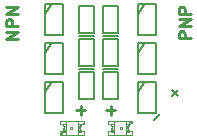
<source format=gto>
G04 (created by PCBNEW (2013-june-11)-stable) date Sun 31 Aug 2014 07:05:34 PM PDT*
%MOIN*%
G04 Gerber Fmt 3.4, Leading zero omitted, Abs format*
%FSLAX34Y34*%
G01*
G70*
G90*
G04 APERTURE LIST*
%ADD10C,0.00590551*%
%ADD11C,0.00787402*%
%ADD12C,0.01*%
%ADD13C,0.005*%
%ADD14C,0.0026*%
%ADD15C,0.004*%
%ADD16C,0.002*%
G04 APERTURE END LIST*
G54D10*
G54D11*
X60750Y-69150D02*
X60250Y-69150D01*
X61050Y-69150D02*
X61550Y-69150D01*
X61050Y-70250D02*
X61550Y-70250D01*
X60250Y-70250D02*
X60750Y-70250D01*
G54D12*
X61147Y-71609D02*
X61452Y-71609D01*
X61300Y-71761D02*
X61300Y-71457D01*
X60147Y-71609D02*
X60452Y-71609D01*
X60300Y-71761D02*
X60300Y-71457D01*
X63961Y-69214D02*
X63561Y-69214D01*
X63561Y-69061D01*
X63580Y-69023D01*
X63600Y-69004D01*
X63638Y-68985D01*
X63695Y-68985D01*
X63733Y-69004D01*
X63752Y-69023D01*
X63771Y-69061D01*
X63771Y-69214D01*
X63961Y-68814D02*
X63561Y-68814D01*
X63961Y-68585D01*
X63561Y-68585D01*
X63961Y-68395D02*
X63561Y-68395D01*
X63561Y-68242D01*
X63580Y-68204D01*
X63600Y-68185D01*
X63638Y-68166D01*
X63695Y-68166D01*
X63733Y-68185D01*
X63752Y-68204D01*
X63771Y-68242D01*
X63771Y-68395D01*
X58211Y-69223D02*
X57811Y-69223D01*
X58211Y-68995D01*
X57811Y-68995D01*
X58211Y-68804D02*
X57811Y-68804D01*
X57811Y-68652D01*
X57830Y-68614D01*
X57850Y-68595D01*
X57888Y-68576D01*
X57945Y-68576D01*
X57983Y-68595D01*
X58002Y-68614D01*
X58021Y-68652D01*
X58021Y-68804D01*
X58211Y-68404D02*
X57811Y-68404D01*
X58211Y-68176D01*
X57811Y-68176D01*
G54D13*
X62200Y-68400D02*
X62400Y-68100D01*
X62200Y-69100D02*
X62200Y-68075D01*
X62200Y-68075D02*
X62800Y-68075D01*
X62800Y-68075D02*
X62800Y-69100D01*
X62800Y-69100D02*
X62200Y-69100D01*
X59100Y-68400D02*
X59300Y-68100D01*
X59100Y-69100D02*
X59100Y-68075D01*
X59100Y-68075D02*
X59700Y-68075D01*
X59700Y-68075D02*
X59700Y-69100D01*
X59700Y-69100D02*
X59100Y-69100D01*
X59100Y-71000D02*
X59300Y-70700D01*
X59100Y-71700D02*
X59100Y-70675D01*
X59100Y-70675D02*
X59700Y-70675D01*
X59700Y-70675D02*
X59700Y-71700D01*
X59700Y-71700D02*
X59100Y-71700D01*
X59100Y-69700D02*
X59300Y-69400D01*
X59100Y-70400D02*
X59100Y-69375D01*
X59100Y-69375D02*
X59700Y-69375D01*
X59700Y-69375D02*
X59700Y-70400D01*
X59700Y-70400D02*
X59100Y-70400D01*
X62200Y-69700D02*
X62400Y-69400D01*
X62200Y-70400D02*
X62200Y-69375D01*
X62200Y-69375D02*
X62800Y-69375D01*
X62800Y-69375D02*
X62800Y-70400D01*
X62800Y-70400D02*
X62200Y-70400D01*
X62200Y-71000D02*
X62400Y-70700D01*
X62200Y-71700D02*
X62200Y-70675D01*
X62200Y-70675D02*
X62800Y-70675D01*
X62800Y-70675D02*
X62800Y-71700D01*
X62800Y-71700D02*
X62200Y-71700D01*
X60750Y-70350D02*
X60750Y-71250D01*
X60750Y-71250D02*
X60250Y-71250D01*
X60250Y-71250D02*
X60250Y-70350D01*
X60250Y-70350D02*
X60750Y-70350D01*
X60750Y-69250D02*
X60750Y-70150D01*
X60750Y-70150D02*
X60250Y-70150D01*
X60250Y-70150D02*
X60250Y-69250D01*
X60250Y-69250D02*
X60750Y-69250D01*
X60250Y-69050D02*
X60250Y-68150D01*
X60250Y-68150D02*
X60750Y-68150D01*
X60750Y-68150D02*
X60750Y-69050D01*
X60750Y-69050D02*
X60250Y-69050D01*
X61550Y-70350D02*
X61550Y-71250D01*
X61550Y-71250D02*
X61050Y-71250D01*
X61050Y-71250D02*
X61050Y-70350D01*
X61050Y-70350D02*
X61550Y-70350D01*
X61050Y-70150D02*
X61050Y-69250D01*
X61050Y-69250D02*
X61550Y-69250D01*
X61550Y-69250D02*
X61550Y-70150D01*
X61550Y-70150D02*
X61050Y-70150D01*
X61050Y-69050D02*
X61050Y-68150D01*
X61050Y-68150D02*
X61550Y-68150D01*
X61550Y-68150D02*
X61550Y-69050D01*
X61550Y-69050D02*
X61050Y-69050D01*
G54D14*
X59804Y-72082D02*
X59804Y-71954D01*
X59804Y-71954D02*
X59607Y-71954D01*
X59607Y-72082D02*
X59607Y-71954D01*
X59804Y-72082D02*
X59607Y-72082D01*
X59804Y-72327D02*
X59804Y-72268D01*
X59804Y-72268D02*
X59705Y-72268D01*
X59705Y-72327D02*
X59705Y-72268D01*
X59804Y-72327D02*
X59705Y-72327D01*
X59804Y-72132D02*
X59804Y-72073D01*
X59804Y-72073D02*
X59705Y-72073D01*
X59705Y-72132D02*
X59705Y-72073D01*
X59804Y-72132D02*
X59705Y-72132D01*
X59804Y-72278D02*
X59804Y-72122D01*
X59804Y-72122D02*
X59735Y-72122D01*
X59735Y-72278D02*
X59735Y-72122D01*
X59804Y-72278D02*
X59735Y-72278D01*
X60393Y-72082D02*
X60393Y-71954D01*
X60393Y-71954D02*
X60196Y-71954D01*
X60196Y-72082D02*
X60196Y-71954D01*
X60393Y-72082D02*
X60196Y-72082D01*
X60393Y-72446D02*
X60393Y-72318D01*
X60393Y-72318D02*
X60196Y-72318D01*
X60196Y-72446D02*
X60196Y-72318D01*
X60393Y-72446D02*
X60196Y-72446D01*
X60295Y-72132D02*
X60295Y-72073D01*
X60295Y-72073D02*
X60196Y-72073D01*
X60196Y-72132D02*
X60196Y-72073D01*
X60295Y-72132D02*
X60196Y-72132D01*
X60295Y-72327D02*
X60295Y-72268D01*
X60295Y-72268D02*
X60196Y-72268D01*
X60196Y-72327D02*
X60196Y-72268D01*
X60295Y-72327D02*
X60196Y-72327D01*
X60265Y-72278D02*
X60265Y-72122D01*
X60265Y-72122D02*
X60196Y-72122D01*
X60196Y-72278D02*
X60196Y-72122D01*
X60265Y-72278D02*
X60196Y-72278D01*
X60000Y-72239D02*
X60000Y-72161D01*
X60000Y-72161D02*
X59922Y-72161D01*
X59922Y-72239D02*
X59922Y-72161D01*
X60000Y-72239D02*
X59922Y-72239D01*
X59804Y-72436D02*
X59804Y-72318D01*
X59804Y-72318D02*
X59686Y-72318D01*
X59686Y-72436D02*
X59686Y-72318D01*
X59804Y-72436D02*
X59686Y-72436D01*
X59636Y-72446D02*
X59636Y-72357D01*
X59636Y-72357D02*
X59607Y-72357D01*
X59607Y-72446D02*
X59607Y-72357D01*
X59636Y-72446D02*
X59607Y-72446D01*
G54D15*
X59794Y-71974D02*
X60206Y-71974D01*
X60196Y-72426D02*
X59636Y-72426D01*
G54D16*
X59694Y-72377D02*
G75*
G03X59694Y-72377I-28J0D01*
G74*
G01*
G54D15*
X59607Y-72337D02*
G75*
G03X59607Y-72063I0J137D01*
G74*
G01*
X60393Y-72063D02*
G75*
G03X60393Y-72337I0J-137D01*
G74*
G01*
G54D14*
X61796Y-72318D02*
X61796Y-72446D01*
X61796Y-72446D02*
X61993Y-72446D01*
X61993Y-72318D02*
X61993Y-72446D01*
X61796Y-72318D02*
X61993Y-72318D01*
X61796Y-72073D02*
X61796Y-72132D01*
X61796Y-72132D02*
X61895Y-72132D01*
X61895Y-72073D02*
X61895Y-72132D01*
X61796Y-72073D02*
X61895Y-72073D01*
X61796Y-72268D02*
X61796Y-72327D01*
X61796Y-72327D02*
X61895Y-72327D01*
X61895Y-72268D02*
X61895Y-72327D01*
X61796Y-72268D02*
X61895Y-72268D01*
X61796Y-72122D02*
X61796Y-72278D01*
X61796Y-72278D02*
X61865Y-72278D01*
X61865Y-72122D02*
X61865Y-72278D01*
X61796Y-72122D02*
X61865Y-72122D01*
X61207Y-72318D02*
X61207Y-72446D01*
X61207Y-72446D02*
X61404Y-72446D01*
X61404Y-72318D02*
X61404Y-72446D01*
X61207Y-72318D02*
X61404Y-72318D01*
X61207Y-71954D02*
X61207Y-72082D01*
X61207Y-72082D02*
X61404Y-72082D01*
X61404Y-71954D02*
X61404Y-72082D01*
X61207Y-71954D02*
X61404Y-71954D01*
X61305Y-72268D02*
X61305Y-72327D01*
X61305Y-72327D02*
X61404Y-72327D01*
X61404Y-72268D02*
X61404Y-72327D01*
X61305Y-72268D02*
X61404Y-72268D01*
X61305Y-72073D02*
X61305Y-72132D01*
X61305Y-72132D02*
X61404Y-72132D01*
X61404Y-72073D02*
X61404Y-72132D01*
X61305Y-72073D02*
X61404Y-72073D01*
X61335Y-72122D02*
X61335Y-72278D01*
X61335Y-72278D02*
X61404Y-72278D01*
X61404Y-72122D02*
X61404Y-72278D01*
X61335Y-72122D02*
X61404Y-72122D01*
X61600Y-72161D02*
X61600Y-72239D01*
X61600Y-72239D02*
X61678Y-72239D01*
X61678Y-72161D02*
X61678Y-72239D01*
X61600Y-72161D02*
X61678Y-72161D01*
X61796Y-71964D02*
X61796Y-72082D01*
X61796Y-72082D02*
X61914Y-72082D01*
X61914Y-71964D02*
X61914Y-72082D01*
X61796Y-71964D02*
X61914Y-71964D01*
X61964Y-71954D02*
X61964Y-72043D01*
X61964Y-72043D02*
X61993Y-72043D01*
X61993Y-71954D02*
X61993Y-72043D01*
X61964Y-71954D02*
X61993Y-71954D01*
G54D15*
X61806Y-72426D02*
X61394Y-72426D01*
X61404Y-71974D02*
X61964Y-71974D01*
G54D16*
X61962Y-72023D02*
G75*
G03X61962Y-72023I-28J0D01*
G74*
G01*
G54D15*
X61993Y-72063D02*
G75*
G03X61993Y-72337I0J-137D01*
G74*
G01*
X61207Y-72337D02*
G75*
G03X61207Y-72063I0J137D01*
G74*
G01*
G54D10*
X62728Y-71948D02*
X62940Y-71735D01*
X63329Y-71134D02*
X63541Y-70922D01*
X63541Y-71134D02*
X63329Y-70922D01*
M02*

</source>
